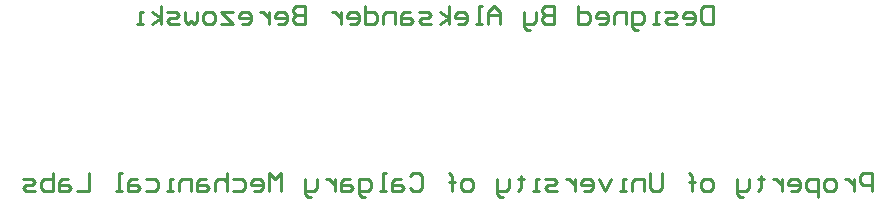
<source format=gbr>
G04*
G04 #@! TF.GenerationSoftware,Altium Limited,Altium Designer,22.11.1 (43)*
G04*
G04 Layer_Color=32896*
%FSLAX25Y25*%
%MOIN*%
G70*
G04*
G04 #@! TF.SameCoordinates,CBAEC89D-BC59-4BCD-ABD7-6F5F8566886D*
G04*
G04*
G04 #@! TF.FilePolarity,Positive*
G04*
G01*
G75*
%ADD14C,0.01000*%
D14*
X465500Y201999D02*
Y207997D01*
X462501D01*
X461501Y206998D01*
Y204998D01*
X462501Y203999D01*
X465500D01*
X459502Y205998D02*
Y201999D01*
Y203999D01*
X458502Y204998D01*
X457503Y205998D01*
X456503D01*
X452504Y201999D02*
X450505D01*
X449505Y202999D01*
Y204998D01*
X450505Y205998D01*
X452504D01*
X453504Y204998D01*
Y202999D01*
X452504Y201999D01*
X447506Y200000D02*
Y205998D01*
X444507D01*
X443507Y204998D01*
Y202999D01*
X444507Y201999D01*
X447506D01*
X438509D02*
X440508D01*
X441508Y202999D01*
Y204998D01*
X440508Y205998D01*
X438509D01*
X437509Y204998D01*
Y203999D01*
X441508D01*
X435510Y205998D02*
Y201999D01*
Y203999D01*
X434510Y204998D01*
X433510Y205998D01*
X432511D01*
X428512Y206998D02*
Y205998D01*
X429512D01*
X427512D01*
X428512D01*
Y202999D01*
X427512Y201999D01*
X424513Y205998D02*
Y202999D01*
X423514Y201999D01*
X420514D01*
Y201000D01*
X421514Y200000D01*
X422514D01*
X420514Y201999D02*
Y205998D01*
X411517Y201999D02*
X409518D01*
X408518Y202999D01*
Y204998D01*
X409518Y205998D01*
X411517D01*
X412517Y204998D01*
Y202999D01*
X411517Y201999D01*
X405519D02*
Y206998D01*
Y204998D01*
X406519D01*
X404520D01*
X405519D01*
Y206998D01*
X404520Y207997D01*
X395523D02*
Y202999D01*
X394523Y201999D01*
X392524D01*
X391524Y202999D01*
Y207997D01*
X389525Y201999D02*
Y205998D01*
X386526D01*
X385526Y204998D01*
Y201999D01*
X383526D02*
X381527D01*
X382527D01*
Y205998D01*
X383526D01*
X378528D02*
X376529Y201999D01*
X374529Y205998D01*
X369531Y201999D02*
X371530D01*
X372530Y202999D01*
Y204998D01*
X371530Y205998D01*
X369531D01*
X368531Y204998D01*
Y203999D01*
X372530D01*
X366532Y205998D02*
Y201999D01*
Y203999D01*
X365532Y204998D01*
X364533Y205998D01*
X363533D01*
X360534Y201999D02*
X357535D01*
X356535Y202999D01*
X357535Y203999D01*
X359534D01*
X360534Y204998D01*
X359534Y205998D01*
X356535D01*
X354536Y201999D02*
X352537D01*
X353536D01*
Y205998D01*
X354536D01*
X348538Y206998D02*
Y205998D01*
X349537D01*
X347538D01*
X348538D01*
Y202999D01*
X347538Y201999D01*
X344539Y205998D02*
Y202999D01*
X343540Y201999D01*
X340540D01*
Y201000D01*
X341540Y200000D01*
X342540D01*
X340540Y201999D02*
Y205998D01*
X331543Y201999D02*
X329544D01*
X328544Y202999D01*
Y204998D01*
X329544Y205998D01*
X331543D01*
X332543Y204998D01*
Y202999D01*
X331543Y201999D01*
X325545D02*
Y206998D01*
Y204998D01*
X326545D01*
X324546D01*
X325545D01*
Y206998D01*
X324546Y207997D01*
X311550Y206998D02*
X312549Y207997D01*
X314549D01*
X315548Y206998D01*
Y202999D01*
X314549Y201999D01*
X312549D01*
X311550Y202999D01*
X308551Y205998D02*
X306551D01*
X305552Y204998D01*
Y201999D01*
X308551D01*
X309550Y202999D01*
X308551Y203999D01*
X305552D01*
X303552Y201999D02*
X301553D01*
X302553D01*
Y207997D01*
X303552D01*
X296555Y200000D02*
X295555D01*
X294555Y201000D01*
Y205998D01*
X297554D01*
X298554Y204998D01*
Y202999D01*
X297554Y201999D01*
X294555D01*
X291556Y205998D02*
X289557D01*
X288557Y204998D01*
Y201999D01*
X291556D01*
X292556Y202999D01*
X291556Y203999D01*
X288557D01*
X286558Y205998D02*
Y201999D01*
Y203999D01*
X285558Y204998D01*
X284559Y205998D01*
X283559D01*
X280560D02*
Y202999D01*
X279560Y201999D01*
X276561D01*
Y201000D01*
X277561Y200000D01*
X278560D01*
X276561Y201999D02*
Y205998D01*
X268564Y201999D02*
Y207997D01*
X266564Y205998D01*
X264565Y207997D01*
Y201999D01*
X259567D02*
X261566D01*
X262566Y202999D01*
Y204998D01*
X261566Y205998D01*
X259567D01*
X258567Y204998D01*
Y203999D01*
X262566D01*
X252569Y205998D02*
X255568D01*
X256568Y204998D01*
Y202999D01*
X255568Y201999D01*
X252569D01*
X250570Y207997D02*
Y201999D01*
Y204998D01*
X249570Y205998D01*
X247570D01*
X246571Y204998D01*
Y201999D01*
X243572Y205998D02*
X241572D01*
X240573Y204998D01*
Y201999D01*
X243572D01*
X244571Y202999D01*
X243572Y203999D01*
X240573D01*
X238573Y201999D02*
Y205998D01*
X235574D01*
X234575Y204998D01*
Y201999D01*
X232575D02*
X230576D01*
X231576D01*
Y205998D01*
X232575D01*
X223578D02*
X226577D01*
X227577Y204998D01*
Y202999D01*
X226577Y201999D01*
X223578D01*
X220579Y205998D02*
X218580D01*
X217580Y204998D01*
Y201999D01*
X220579D01*
X221579Y202999D01*
X220579Y203999D01*
X217580D01*
X215581Y201999D02*
X213581D01*
X214581D01*
Y207997D01*
X215581D01*
X204584D02*
Y201999D01*
X200586D01*
X197587Y205998D02*
X195587D01*
X194588Y204998D01*
Y201999D01*
X197587D01*
X198586Y202999D01*
X197587Y203999D01*
X194588D01*
X192588Y207997D02*
Y201999D01*
X189589D01*
X188590Y202999D01*
Y203999D01*
Y204998D01*
X189589Y205998D01*
X192588D01*
X186590Y201999D02*
X183591D01*
X182591Y202999D01*
X183591Y203999D01*
X185591D01*
X186590Y204998D01*
X185591Y205998D01*
X182591D01*
X412500Y263497D02*
Y257499D01*
X409501D01*
X408501Y258499D01*
Y262498D01*
X409501Y263497D01*
X412500D01*
X403503Y257499D02*
X405502D01*
X406502Y258499D01*
Y260498D01*
X405502Y261498D01*
X403503D01*
X402503Y260498D01*
Y259499D01*
X406502D01*
X400504Y257499D02*
X397505D01*
X396505Y258499D01*
X397505Y259499D01*
X399504D01*
X400504Y260498D01*
X399504Y261498D01*
X396505D01*
X394506Y257499D02*
X392507D01*
X393506D01*
Y261498D01*
X394506D01*
X387508Y255500D02*
X386508D01*
X385509Y256500D01*
Y261498D01*
X388508D01*
X389507Y260498D01*
Y258499D01*
X388508Y257499D01*
X385509D01*
X383509D02*
Y261498D01*
X380510D01*
X379511Y260498D01*
Y257499D01*
X374512D02*
X376512D01*
X377511Y258499D01*
Y260498D01*
X376512Y261498D01*
X374512D01*
X373513Y260498D01*
Y259499D01*
X377511D01*
X367515Y263497D02*
Y257499D01*
X370514D01*
X371513Y258499D01*
Y260498D01*
X370514Y261498D01*
X367515D01*
X359517Y263497D02*
Y257499D01*
X356518D01*
X355518Y258499D01*
Y259499D01*
X356518Y260498D01*
X359517D01*
X356518D01*
X355518Y261498D01*
Y262498D01*
X356518Y263497D01*
X359517D01*
X353519Y261498D02*
Y258499D01*
X352519Y257499D01*
X349520D01*
Y256500D01*
X350520Y255500D01*
X351520D01*
X349520Y257499D02*
Y261498D01*
X341523Y257499D02*
Y261498D01*
X339524Y263497D01*
X337524Y261498D01*
Y257499D01*
Y260498D01*
X341523D01*
X335525Y257499D02*
X333526D01*
X334525D01*
Y263497D01*
X335525D01*
X327527Y257499D02*
X329527D01*
X330526Y258499D01*
Y260498D01*
X329527Y261498D01*
X327527D01*
X326528Y260498D01*
Y259499D01*
X330526D01*
X324529Y257499D02*
Y263497D01*
Y259499D02*
X321529Y261498D01*
X324529Y259499D02*
X321529Y257499D01*
X318530D02*
X315531D01*
X314532Y258499D01*
X315531Y259499D01*
X317531D01*
X318530Y260498D01*
X317531Y261498D01*
X314532D01*
X311533D02*
X309533D01*
X308534Y260498D01*
Y257499D01*
X311533D01*
X312532Y258499D01*
X311533Y259499D01*
X308534D01*
X306534Y257499D02*
Y261498D01*
X303535D01*
X302536Y260498D01*
Y257499D01*
X296537Y263497D02*
Y257499D01*
X299536D01*
X300536Y258499D01*
Y260498D01*
X299536Y261498D01*
X296537D01*
X291539Y257499D02*
X293538D01*
X294538Y258499D01*
Y260498D01*
X293538Y261498D01*
X291539D01*
X290539Y260498D01*
Y259499D01*
X294538D01*
X288540Y261498D02*
Y257499D01*
Y259499D01*
X287540Y260498D01*
X286541Y261498D01*
X285541D01*
X276544Y263497D02*
Y257499D01*
X273545D01*
X272545Y258499D01*
Y259499D01*
X273545Y260498D01*
X276544D01*
X273545D01*
X272545Y261498D01*
Y262498D01*
X273545Y263497D01*
X276544D01*
X267547Y257499D02*
X269546D01*
X270546Y258499D01*
Y260498D01*
X269546Y261498D01*
X267547D01*
X266547Y260498D01*
Y259499D01*
X270546D01*
X264548Y261498D02*
Y257499D01*
Y259499D01*
X263548Y260498D01*
X262548Y261498D01*
X261549D01*
X255551Y257499D02*
X257550D01*
X258550Y258499D01*
Y260498D01*
X257550Y261498D01*
X255551D01*
X254551Y260498D01*
Y259499D01*
X258550D01*
X252552Y261498D02*
X248553D01*
X252552Y257499D01*
X248553D01*
X245554D02*
X243555D01*
X242555Y258499D01*
Y260498D01*
X243555Y261498D01*
X245554D01*
X246554Y260498D01*
Y258499D01*
X245554Y257499D01*
X240556Y261498D02*
Y258499D01*
X239556Y257499D01*
X238556Y258499D01*
X237557Y257499D01*
X236557Y258499D01*
Y261498D01*
X234558Y257499D02*
X231558D01*
X230559Y258499D01*
X231558Y259499D01*
X233558D01*
X234558Y260498D01*
X233558Y261498D01*
X230559D01*
X228559Y257499D02*
Y263497D01*
Y259499D02*
X225560Y261498D01*
X228559Y259499D02*
X225560Y257499D01*
X222561D02*
X220562D01*
X221562D01*
Y261498D01*
X222561D01*
M02*

</source>
